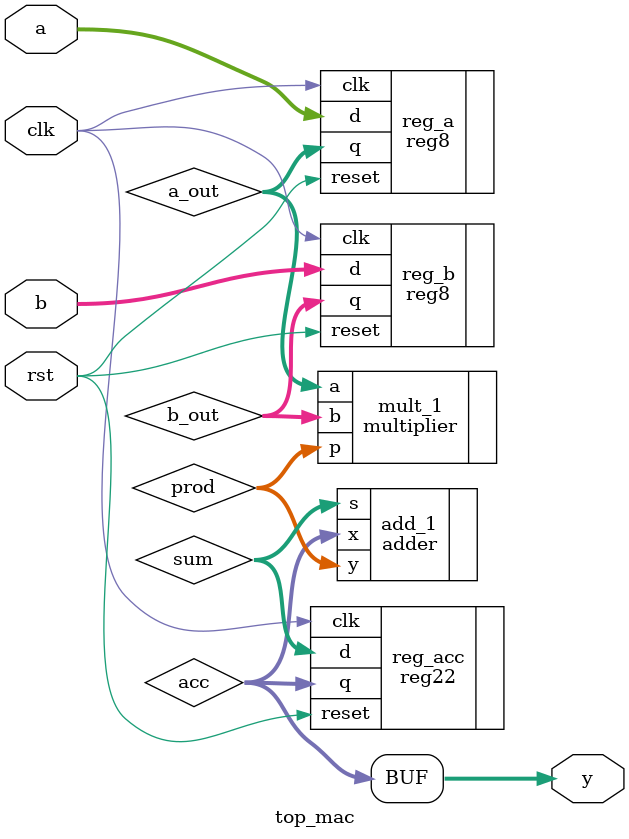
<source format=v>

module top_mac (
    input         clk,
    input         rst,         // synchronous reset
    input  [7:0]  a,
    input  [7:0]  b,
    output [21:0] y              // current ACC
);
    // Input registers improve timing (reg → comb → reg)
    wire [7:0]  a_out;
    wire [7:0]  b_out;

    // Datapath signals (all 22-bit after multiplier)
    wire [21:0] prod;          // 22-bit product (zero-extended)
    wire [21:0] acc;             // accumulator contents
    wire [21:0] sum;           // next ACC = ACC + prod22

    // Capture inputs
    reg8 reg_a (.clk(clk), .reset(rst), .d(a), .q(a_out));
    reg8 reg_b (.clk(clk), .reset(rst), .d(b), .q(b_out));

    // Multiply (8x8 -> 22)
    multiplier mult_1 (.a(a_out), .b(b_out), .p(prod));

    // Add (22 + 22 -> 22, carry-out discarded → wrap-around arithmetic)
    adder add_1 (.x(acc), .y(prod), .s(sum));

    // Accumulator register
    reg22 reg_acc (.clk(clk), .reset(rst), .d(sum), .q(acc));

    // Output mirrors ACC
    assign y = acc;
endmodule

</source>
